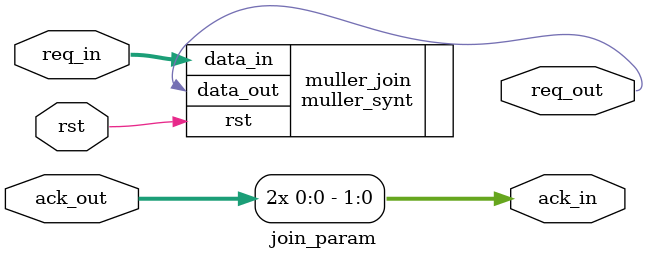
<source format=sv>
module join_param #(
    parameter               size = 2     // Size - Number of inputs
    )(
    output logic             req_out,    // Main request
    input  logic             ack_out,    // Main acknowledge

    input  logic   [size-1:0] req_in,    // Request input vector
    output logic   [size-1:0] ack_in,    // Acknowledge input vector

    input  logic                 rst     // Circuit asyncronous reset -> request = 0
);

// Instantiation of Muller Gate ================================================
muller_synt #(.size(size)) muller_join (.data_in(req_in), .data_out(req_out), .rst (rst));

// == Main Code ================================================================
assign ack_in = {size{ack_out}}; // Repeat operator - Connects all input vector to ack_out

endmodule
</source>
